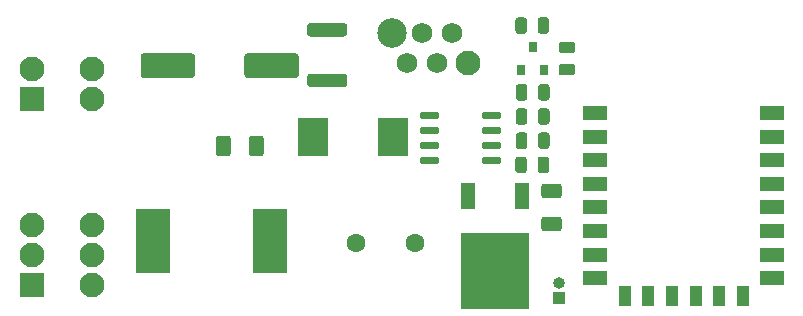
<source format=gbr>
%TF.GenerationSoftware,KiCad,Pcbnew,5.1.12-84ad8e8a86~92~ubuntu20.04.1*%
%TF.CreationDate,2022-01-19T00:30:43+02:00*%
%TF.ProjectId,LED_Wled,4c45445f-576c-4656-942e-6b696361645f,rev?*%
%TF.SameCoordinates,Original*%
%TF.FileFunction,Soldermask,Top*%
%TF.FilePolarity,Negative*%
%FSLAX46Y46*%
G04 Gerber Fmt 4.6, Leading zero omitted, Abs format (unit mm)*
G04 Created by KiCad (PCBNEW 5.1.12-84ad8e8a86~92~ubuntu20.04.1) date 2022-01-19 00:30:43*
%MOMM*%
%LPD*%
G01*
G04 APERTURE LIST*
%ADD10C,1.600000*%
%ADD11C,2.100000*%
%ADD12R,2.100000X2.100000*%
%ADD13O,1.000000X1.000000*%
%ADD14R,1.000000X1.000000*%
%ADD15R,5.800000X6.400000*%
%ADD16R,1.200000X2.200000*%
%ADD17R,2.900000X5.400000*%
%ADD18R,2.000000X1.200000*%
%ADD19R,1.100000X1.700000*%
%ADD20R,0.800000X0.900000*%
%ADD21C,2.500000*%
%ADD22C,1.750000*%
%ADD23R,2.500000X3.300000*%
G04 APERTURE END LIST*
D10*
%TO.C,C1*%
X95750000Y-66500000D03*
X100750000Y-66500000D03*
%TD*%
D11*
%TO.C,J3*%
X68269977Y-65000076D03*
X73349987Y-65000076D03*
X73349987Y-70080086D03*
X73349987Y-67540081D03*
X68269977Y-67540081D03*
D12*
X68269977Y-70080086D03*
%TD*%
D11*
%TO.C,J2*%
X73350000Y-54310135D03*
X73350000Y-51770130D03*
X68269990Y-51770130D03*
D12*
X68269990Y-54310135D03*
%TD*%
%TO.C,F1*%
G36*
G01*
X91849999Y-52175000D02*
X94750001Y-52175000D01*
G75*
G02*
X95000000Y-52424999I0J-249999D01*
G01*
X95000000Y-53050001D01*
G75*
G02*
X94750001Y-53300000I-249999J0D01*
G01*
X91849999Y-53300000D01*
G75*
G02*
X91600000Y-53050001I0J249999D01*
G01*
X91600000Y-52424999D01*
G75*
G02*
X91849999Y-52175000I249999J0D01*
G01*
G37*
G36*
G01*
X91849999Y-47900000D02*
X94750001Y-47900000D01*
G75*
G02*
X95000000Y-48149999I0J-249999D01*
G01*
X95000000Y-48775001D01*
G75*
G02*
X94750001Y-49025000I-249999J0D01*
G01*
X91849999Y-49025000D01*
G75*
G02*
X91600000Y-48775001I0J249999D01*
G01*
X91600000Y-48149999D01*
G75*
G02*
X91849999Y-47900000I249999J0D01*
G01*
G37*
%TD*%
D13*
%TO.C,BOOT1*%
X112900000Y-69930000D03*
D14*
X112900000Y-71200000D03*
%TD*%
D15*
%TO.C,U3*%
X107500000Y-68850000D03*
D16*
X105220000Y-62550000D03*
X109780000Y-62550000D03*
%TD*%
D17*
%TO.C,L1*%
X88450000Y-66300000D03*
X78550000Y-66300000D03*
%TD*%
%TO.C,C5*%
G36*
G01*
X112925000Y-62725000D02*
X111675000Y-62725000D01*
G75*
G02*
X111425000Y-62475000I0J250000D01*
G01*
X111425000Y-61725000D01*
G75*
G02*
X111675000Y-61475000I250000J0D01*
G01*
X112925000Y-61475000D01*
G75*
G02*
X113175000Y-61725000I0J-250000D01*
G01*
X113175000Y-62475000D01*
G75*
G02*
X112925000Y-62725000I-250000J0D01*
G01*
G37*
G36*
G01*
X112925000Y-65525000D02*
X111675000Y-65525000D01*
G75*
G02*
X111425000Y-65275000I0J250000D01*
G01*
X111425000Y-64525000D01*
G75*
G02*
X111675000Y-64275000I250000J0D01*
G01*
X112925000Y-64275000D01*
G75*
G02*
X113175000Y-64525000I0J-250000D01*
G01*
X113175000Y-65275000D01*
G75*
G02*
X112925000Y-65525000I-250000J0D01*
G01*
G37*
%TD*%
%TO.C,C4*%
G36*
G01*
X111112500Y-60356250D02*
X111112500Y-59443750D01*
G75*
G02*
X111356250Y-59200000I243750J0D01*
G01*
X111843750Y-59200000D01*
G75*
G02*
X112087500Y-59443750I0J-243750D01*
G01*
X112087500Y-60356250D01*
G75*
G02*
X111843750Y-60600000I-243750J0D01*
G01*
X111356250Y-60600000D01*
G75*
G02*
X111112500Y-60356250I0J243750D01*
G01*
G37*
G36*
G01*
X109237500Y-60356250D02*
X109237500Y-59443750D01*
G75*
G02*
X109481250Y-59200000I243750J0D01*
G01*
X109968750Y-59200000D01*
G75*
G02*
X110212500Y-59443750I0J-243750D01*
G01*
X110212500Y-60356250D01*
G75*
G02*
X109968750Y-60600000I-243750J0D01*
G01*
X109481250Y-60600000D01*
G75*
G02*
X109237500Y-60356250I0J243750D01*
G01*
G37*
%TD*%
%TO.C,U2*%
G36*
G01*
X102800000Y-59355000D02*
X102800000Y-59655000D01*
G75*
G02*
X102650000Y-59805000I-150000J0D01*
G01*
X101300000Y-59805000D01*
G75*
G02*
X101150000Y-59655000I0J150000D01*
G01*
X101150000Y-59355000D01*
G75*
G02*
X101300000Y-59205000I150000J0D01*
G01*
X102650000Y-59205000D01*
G75*
G02*
X102800000Y-59355000I0J-150000D01*
G01*
G37*
G36*
G01*
X102800000Y-58085000D02*
X102800000Y-58385000D01*
G75*
G02*
X102650000Y-58535000I-150000J0D01*
G01*
X101300000Y-58535000D01*
G75*
G02*
X101150000Y-58385000I0J150000D01*
G01*
X101150000Y-58085000D01*
G75*
G02*
X101300000Y-57935000I150000J0D01*
G01*
X102650000Y-57935000D01*
G75*
G02*
X102800000Y-58085000I0J-150000D01*
G01*
G37*
G36*
G01*
X102800000Y-56815000D02*
X102800000Y-57115000D01*
G75*
G02*
X102650000Y-57265000I-150000J0D01*
G01*
X101300000Y-57265000D01*
G75*
G02*
X101150000Y-57115000I0J150000D01*
G01*
X101150000Y-56815000D01*
G75*
G02*
X101300000Y-56665000I150000J0D01*
G01*
X102650000Y-56665000D01*
G75*
G02*
X102800000Y-56815000I0J-150000D01*
G01*
G37*
G36*
G01*
X102800000Y-55545000D02*
X102800000Y-55845000D01*
G75*
G02*
X102650000Y-55995000I-150000J0D01*
G01*
X101300000Y-55995000D01*
G75*
G02*
X101150000Y-55845000I0J150000D01*
G01*
X101150000Y-55545000D01*
G75*
G02*
X101300000Y-55395000I150000J0D01*
G01*
X102650000Y-55395000D01*
G75*
G02*
X102800000Y-55545000I0J-150000D01*
G01*
G37*
G36*
G01*
X108050000Y-55545000D02*
X108050000Y-55845000D01*
G75*
G02*
X107900000Y-55995000I-150000J0D01*
G01*
X106550000Y-55995000D01*
G75*
G02*
X106400000Y-55845000I0J150000D01*
G01*
X106400000Y-55545000D01*
G75*
G02*
X106550000Y-55395000I150000J0D01*
G01*
X107900000Y-55395000D01*
G75*
G02*
X108050000Y-55545000I0J-150000D01*
G01*
G37*
G36*
G01*
X108050000Y-56815000D02*
X108050000Y-57115000D01*
G75*
G02*
X107900000Y-57265000I-150000J0D01*
G01*
X106550000Y-57265000D01*
G75*
G02*
X106400000Y-57115000I0J150000D01*
G01*
X106400000Y-56815000D01*
G75*
G02*
X106550000Y-56665000I150000J0D01*
G01*
X107900000Y-56665000D01*
G75*
G02*
X108050000Y-56815000I0J-150000D01*
G01*
G37*
G36*
G01*
X108050000Y-58085000D02*
X108050000Y-58385000D01*
G75*
G02*
X107900000Y-58535000I-150000J0D01*
G01*
X106550000Y-58535000D01*
G75*
G02*
X106400000Y-58385000I0J150000D01*
G01*
X106400000Y-58085000D01*
G75*
G02*
X106550000Y-57935000I150000J0D01*
G01*
X107900000Y-57935000D01*
G75*
G02*
X108050000Y-58085000I0J-150000D01*
G01*
G37*
G36*
G01*
X108050000Y-59355000D02*
X108050000Y-59655000D01*
G75*
G02*
X107900000Y-59805000I-150000J0D01*
G01*
X106550000Y-59805000D01*
G75*
G02*
X106400000Y-59655000I0J150000D01*
G01*
X106400000Y-59355000D01*
G75*
G02*
X106550000Y-59205000I150000J0D01*
G01*
X107900000Y-59205000D01*
G75*
G02*
X108050000Y-59355000I0J-150000D01*
G01*
G37*
%TD*%
D18*
%TO.C,U1*%
X116000000Y-55500000D03*
X116000000Y-57500000D03*
X116000000Y-59500000D03*
X116000000Y-61500000D03*
X116000000Y-63500000D03*
X116000000Y-65500000D03*
X116000000Y-67500000D03*
X116000000Y-69500000D03*
X131000000Y-69500000D03*
X131000000Y-67500000D03*
X131000000Y-65500000D03*
X131000000Y-63500000D03*
X131000000Y-61500000D03*
X131000000Y-59500000D03*
X131000000Y-57500000D03*
X131000000Y-55500000D03*
D19*
X118500000Y-71000000D03*
X120500000Y-71000000D03*
X122500000Y-71000000D03*
X124500000Y-71000000D03*
X126500000Y-71000000D03*
X128500000Y-71000000D03*
%TD*%
%TO.C,R5*%
G36*
G01*
X111112500Y-48556250D02*
X111112500Y-47643750D01*
G75*
G02*
X111356250Y-47400000I243750J0D01*
G01*
X111843750Y-47400000D01*
G75*
G02*
X112087500Y-47643750I0J-243750D01*
G01*
X112087500Y-48556250D01*
G75*
G02*
X111843750Y-48800000I-243750J0D01*
G01*
X111356250Y-48800000D01*
G75*
G02*
X111112500Y-48556250I0J243750D01*
G01*
G37*
G36*
G01*
X109237500Y-48556250D02*
X109237500Y-47643750D01*
G75*
G02*
X109481250Y-47400000I243750J0D01*
G01*
X109968750Y-47400000D01*
G75*
G02*
X110212500Y-47643750I0J-243750D01*
G01*
X110212500Y-48556250D01*
G75*
G02*
X109968750Y-48800000I-243750J0D01*
G01*
X109481250Y-48800000D01*
G75*
G02*
X109237500Y-48556250I0J243750D01*
G01*
G37*
%TD*%
%TO.C,R4*%
G36*
G01*
X114056250Y-50450000D02*
X113143750Y-50450000D01*
G75*
G02*
X112900000Y-50206250I0J243750D01*
G01*
X112900000Y-49718750D01*
G75*
G02*
X113143750Y-49475000I243750J0D01*
G01*
X114056250Y-49475000D01*
G75*
G02*
X114300000Y-49718750I0J-243750D01*
G01*
X114300000Y-50206250D01*
G75*
G02*
X114056250Y-50450000I-243750J0D01*
G01*
G37*
G36*
G01*
X114056250Y-52325000D02*
X113143750Y-52325000D01*
G75*
G02*
X112900000Y-52081250I0J243750D01*
G01*
X112900000Y-51593750D01*
G75*
G02*
X113143750Y-51350000I243750J0D01*
G01*
X114056250Y-51350000D01*
G75*
G02*
X114300000Y-51593750I0J-243750D01*
G01*
X114300000Y-52081250D01*
G75*
G02*
X114056250Y-52325000I-243750J0D01*
G01*
G37*
%TD*%
%TO.C,R3*%
G36*
G01*
X110250000Y-57393750D02*
X110250000Y-58306250D01*
G75*
G02*
X110006250Y-58550000I-243750J0D01*
G01*
X109518750Y-58550000D01*
G75*
G02*
X109275000Y-58306250I0J243750D01*
G01*
X109275000Y-57393750D01*
G75*
G02*
X109518750Y-57150000I243750J0D01*
G01*
X110006250Y-57150000D01*
G75*
G02*
X110250000Y-57393750I0J-243750D01*
G01*
G37*
G36*
G01*
X112125000Y-57393750D02*
X112125000Y-58306250D01*
G75*
G02*
X111881250Y-58550000I-243750J0D01*
G01*
X111393750Y-58550000D01*
G75*
G02*
X111150000Y-58306250I0J243750D01*
G01*
X111150000Y-57393750D01*
G75*
G02*
X111393750Y-57150000I243750J0D01*
G01*
X111881250Y-57150000D01*
G75*
G02*
X112125000Y-57393750I0J-243750D01*
G01*
G37*
%TD*%
%TO.C,R2*%
G36*
G01*
X110250000Y-53293750D02*
X110250000Y-54206250D01*
G75*
G02*
X110006250Y-54450000I-243750J0D01*
G01*
X109518750Y-54450000D01*
G75*
G02*
X109275000Y-54206250I0J243750D01*
G01*
X109275000Y-53293750D01*
G75*
G02*
X109518750Y-53050000I243750J0D01*
G01*
X110006250Y-53050000D01*
G75*
G02*
X110250000Y-53293750I0J-243750D01*
G01*
G37*
G36*
G01*
X112125000Y-53293750D02*
X112125000Y-54206250D01*
G75*
G02*
X111881250Y-54450000I-243750J0D01*
G01*
X111393750Y-54450000D01*
G75*
G02*
X111150000Y-54206250I0J243750D01*
G01*
X111150000Y-53293750D01*
G75*
G02*
X111393750Y-53050000I243750J0D01*
G01*
X111881250Y-53050000D01*
G75*
G02*
X112125000Y-53293750I0J-243750D01*
G01*
G37*
%TD*%
%TO.C,R1*%
G36*
G01*
X111150000Y-56256250D02*
X111150000Y-55343750D01*
G75*
G02*
X111393750Y-55100000I243750J0D01*
G01*
X111881250Y-55100000D01*
G75*
G02*
X112125000Y-55343750I0J-243750D01*
G01*
X112125000Y-56256250D01*
G75*
G02*
X111881250Y-56500000I-243750J0D01*
G01*
X111393750Y-56500000D01*
G75*
G02*
X111150000Y-56256250I0J243750D01*
G01*
G37*
G36*
G01*
X109275000Y-56256250D02*
X109275000Y-55343750D01*
G75*
G02*
X109518750Y-55100000I243750J0D01*
G01*
X110006250Y-55100000D01*
G75*
G02*
X110250000Y-55343750I0J-243750D01*
G01*
X110250000Y-56256250D01*
G75*
G02*
X110006250Y-56500000I-243750J0D01*
G01*
X109518750Y-56500000D01*
G75*
G02*
X109275000Y-56256250I0J243750D01*
G01*
G37*
%TD*%
D20*
%TO.C,Q1*%
X110700000Y-49900000D03*
X111650000Y-51900000D03*
X109750000Y-51900000D03*
%TD*%
D21*
%TO.C,J1*%
X98765000Y-48730000D03*
D11*
X105235000Y-51270000D03*
D22*
X103905000Y-48730000D03*
X102635000Y-51270000D03*
X101365000Y-48730000D03*
X100095000Y-51270000D03*
%TD*%
D23*
%TO.C,D1*%
X98900000Y-57500000D03*
X92100000Y-57500000D03*
%TD*%
%TO.C,C3*%
G36*
G01*
X85125000Y-57675000D02*
X85125000Y-58925000D01*
G75*
G02*
X84875000Y-59175000I-250000J0D01*
G01*
X84125000Y-59175000D01*
G75*
G02*
X83875000Y-58925000I0J250000D01*
G01*
X83875000Y-57675000D01*
G75*
G02*
X84125000Y-57425000I250000J0D01*
G01*
X84875000Y-57425000D01*
G75*
G02*
X85125000Y-57675000I0J-250000D01*
G01*
G37*
G36*
G01*
X87925000Y-57675000D02*
X87925000Y-58925000D01*
G75*
G02*
X87675000Y-59175000I-250000J0D01*
G01*
X86925000Y-59175000D01*
G75*
G02*
X86675000Y-58925000I0J250000D01*
G01*
X86675000Y-57675000D01*
G75*
G02*
X86925000Y-57425000I250000J0D01*
G01*
X87675000Y-57425000D01*
G75*
G02*
X87925000Y-57675000I0J-250000D01*
G01*
G37*
%TD*%
%TO.C,C2*%
G36*
G01*
X82100000Y-50700000D02*
X82100000Y-52300000D01*
G75*
G02*
X81850000Y-52550000I-250000J0D01*
G01*
X77750000Y-52550000D01*
G75*
G02*
X77500000Y-52300000I0J250000D01*
G01*
X77500000Y-50700000D01*
G75*
G02*
X77750000Y-50450000I250000J0D01*
G01*
X81850000Y-50450000D01*
G75*
G02*
X82100000Y-50700000I0J-250000D01*
G01*
G37*
G36*
G01*
X90900000Y-50700000D02*
X90900000Y-52300000D01*
G75*
G02*
X90650000Y-52550000I-250000J0D01*
G01*
X86550000Y-52550000D01*
G75*
G02*
X86300000Y-52300000I0J250000D01*
G01*
X86300000Y-50700000D01*
G75*
G02*
X86550000Y-50450000I250000J0D01*
G01*
X90650000Y-50450000D01*
G75*
G02*
X90900000Y-50700000I0J-250000D01*
G01*
G37*
%TD*%
M02*

</source>
